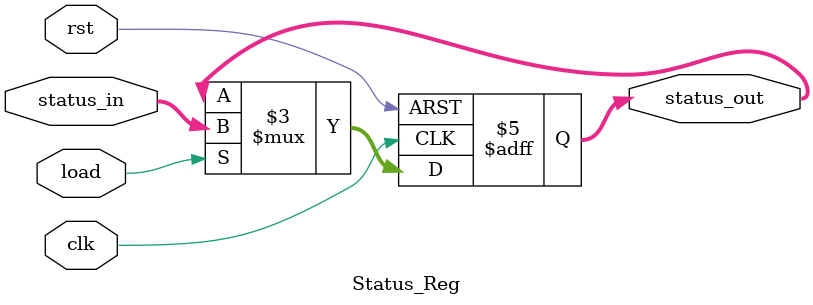
<source format=v>
`include "constants.h"

module Status_Reg
(
    input            clk,
    input            rst,
    input            load,
    input      [3:0] status_in,
    
    output reg [3:0] status_out
);

always @(negedge clk, posedge rst) begin
  if(rst) status_out <= 0;
  else if(load) status_out <= status_in;
  else status_out <= status_out;
end
 
endmodule

</source>
